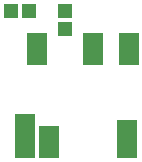
<source format=gts>
G04 #@! TF.FileFunction,Soldermask,Top*
%FSLAX46Y46*%
G04 Gerber Fmt 4.6, Leading zero omitted, Abs format (unit mm)*
G04 Created by KiCad (PCBNEW (after 2015-may-01 BZR unknown)-product) date 2015/12/14 21:36:31*
%MOMM*%
G01*
G04 APERTURE LIST*
%ADD10C,0.100000*%
%ADD11R,1.670000X3.702000*%
%ADD12R,1.670000X2.686000*%
%ADD13R,1.670000X3.194000*%
%ADD14R,1.289000X1.289000*%
G04 APERTURE END LIST*
D10*
D11*
X119485000Y-92979000D03*
D12*
X121517000Y-93487000D03*
D13*
X128121000Y-93233000D03*
D12*
X120501000Y-85613000D03*
X125200000Y-85613000D03*
X128248000Y-85613000D03*
D14*
X118288000Y-82400000D03*
X119812000Y-82400000D03*
X122900000Y-83912000D03*
X122900000Y-82388000D03*
M02*

</source>
